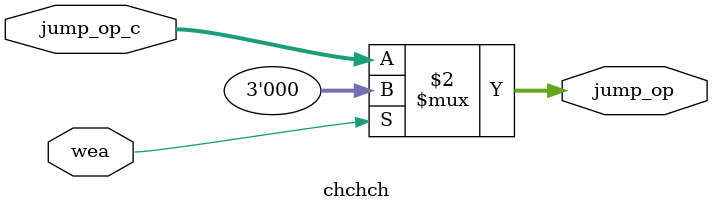
<source format=v>
`timescale 1ns / 1ps


module chchch(
    input wea,
    input [2:0] jump_op_c,
    output [2:0] jump_op
);

assign jump_op = (wea == 1) ? 3'b0 : jump_op_c; 

endmodule

</source>
